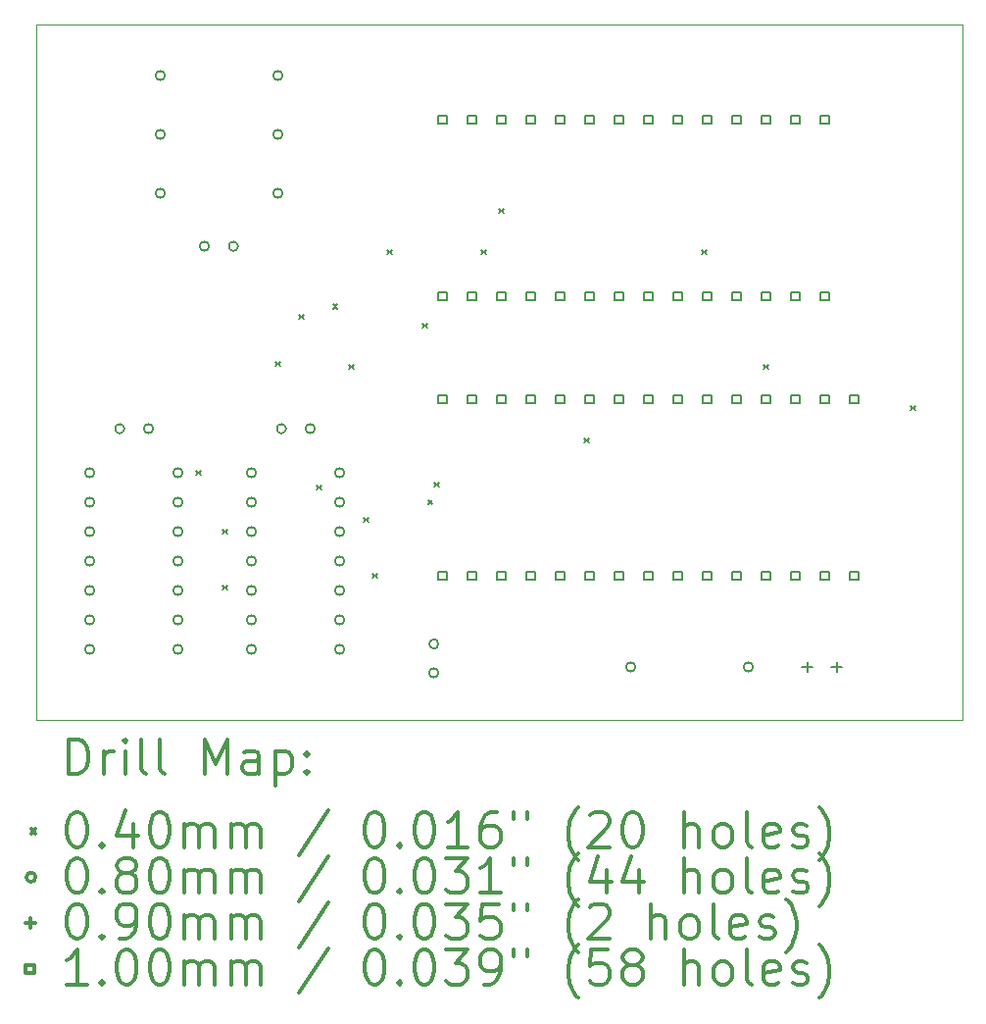
<source format=gbr>
%FSLAX45Y45*%
G04 Gerber Fmt 4.5, Leading zero omitted, Abs format (unit mm)*
G04 Created by KiCad (PCBNEW (5.1.9)-1) date 2021-05-07 14:06:38*
%MOMM*%
%LPD*%
G01*
G04 APERTURE LIST*
%TA.AperFunction,Profile*%
%ADD10C,0.050000*%
%TD*%
%ADD11C,0.200000*%
%ADD12C,0.300000*%
G04 APERTURE END LIST*
D10*
X11600000Y-12800000D02*
X11700000Y-12800000D01*
X11600000Y-6800000D02*
X11700000Y-6800000D01*
X19600000Y-6800000D02*
X19600000Y-12800000D01*
X19500000Y-6800000D02*
X19600000Y-6800000D01*
X11700000Y-6800000D02*
X19500000Y-6800000D01*
X11600000Y-12800000D02*
X11600000Y-6800000D01*
X19600000Y-12800000D02*
X11700000Y-12800000D01*
D11*
X12984800Y-10648000D02*
X13024800Y-10688000D01*
X13024800Y-10648000D02*
X12984800Y-10688000D01*
X13213400Y-11156000D02*
X13253400Y-11196000D01*
X13253400Y-11156000D02*
X13213400Y-11196000D01*
X13213400Y-11638600D02*
X13253400Y-11678600D01*
X13253400Y-11638600D02*
X13213400Y-11678600D01*
X13670599Y-9708200D02*
X13710599Y-9748200D01*
X13710599Y-9708200D02*
X13670599Y-9748200D01*
X13873800Y-9301800D02*
X13913800Y-9341800D01*
X13913800Y-9301800D02*
X13873800Y-9341800D01*
X14026200Y-10775000D02*
X14066200Y-10815000D01*
X14066200Y-10775000D02*
X14026200Y-10815000D01*
X14165901Y-9212899D02*
X14205901Y-9252899D01*
X14205901Y-9212899D02*
X14165901Y-9252899D01*
X14305600Y-9733600D02*
X14345600Y-9773600D01*
X14345600Y-9733600D02*
X14305600Y-9773600D01*
X14432600Y-11054400D02*
X14472600Y-11094400D01*
X14472600Y-11054400D02*
X14432600Y-11094400D01*
X14508335Y-11536535D02*
X14548335Y-11576535D01*
X14548335Y-11536535D02*
X14508335Y-11576535D01*
X14635800Y-8743000D02*
X14675800Y-8783000D01*
X14675800Y-8743000D02*
X14635800Y-8783000D01*
X14940600Y-9378000D02*
X14980600Y-9418000D01*
X14980600Y-9378000D02*
X14940600Y-9418000D01*
X14987700Y-10902000D02*
X15027700Y-10942000D01*
X15027700Y-10902000D02*
X14987700Y-10942000D01*
X15042200Y-10749600D02*
X15082200Y-10789600D01*
X15082200Y-10749600D02*
X15042200Y-10789600D01*
X15448600Y-8743000D02*
X15488600Y-8783000D01*
X15488600Y-8743000D02*
X15448600Y-8783000D01*
X15601000Y-8387400D02*
X15641000Y-8427400D01*
X15641000Y-8387400D02*
X15601000Y-8427400D01*
X16337600Y-10368600D02*
X16377600Y-10408600D01*
X16377600Y-10368600D02*
X16337600Y-10408600D01*
X17353600Y-8743000D02*
X17393600Y-8783000D01*
X17393600Y-8743000D02*
X17353600Y-8783000D01*
X17887000Y-9733600D02*
X17927000Y-9773600D01*
X17927000Y-9733600D02*
X17887000Y-9773600D01*
X19157000Y-10089200D02*
X19197000Y-10129200D01*
X19197000Y-10089200D02*
X19157000Y-10129200D01*
X12105000Y-10668000D02*
G75*
G03*
X12105000Y-10668000I-40000J0D01*
G01*
X12105000Y-10922000D02*
G75*
G03*
X12105000Y-10922000I-40000J0D01*
G01*
X12105000Y-11176000D02*
G75*
G03*
X12105000Y-11176000I-40000J0D01*
G01*
X12105000Y-11430000D02*
G75*
G03*
X12105000Y-11430000I-40000J0D01*
G01*
X12105000Y-11684000D02*
G75*
G03*
X12105000Y-11684000I-40000J0D01*
G01*
X12105000Y-11938000D02*
G75*
G03*
X12105000Y-11938000I-40000J0D01*
G01*
X12105000Y-12192000D02*
G75*
G03*
X12105000Y-12192000I-40000J0D01*
G01*
X12363000Y-10287000D02*
G75*
G03*
X12363000Y-10287000I-40000J0D01*
G01*
X12613000Y-10287000D02*
G75*
G03*
X12613000Y-10287000I-40000J0D01*
G01*
X12714600Y-7239000D02*
G75*
G03*
X12714600Y-7239000I-40000J0D01*
G01*
X12714600Y-7747000D02*
G75*
G03*
X12714600Y-7747000I-40000J0D01*
G01*
X12714600Y-8255000D02*
G75*
G03*
X12714600Y-8255000I-40000J0D01*
G01*
X12867000Y-10668000D02*
G75*
G03*
X12867000Y-10668000I-40000J0D01*
G01*
X12867000Y-10922000D02*
G75*
G03*
X12867000Y-10922000I-40000J0D01*
G01*
X12867000Y-11176000D02*
G75*
G03*
X12867000Y-11176000I-40000J0D01*
G01*
X12867000Y-11430000D02*
G75*
G03*
X12867000Y-11430000I-40000J0D01*
G01*
X12867000Y-11684000D02*
G75*
G03*
X12867000Y-11684000I-40000J0D01*
G01*
X12867000Y-11938000D02*
G75*
G03*
X12867000Y-11938000I-40000J0D01*
G01*
X12867000Y-12192000D02*
G75*
G03*
X12867000Y-12192000I-40000J0D01*
G01*
X13095600Y-8712200D02*
G75*
G03*
X13095600Y-8712200I-40000J0D01*
G01*
X13345600Y-8712200D02*
G75*
G03*
X13345600Y-8712200I-40000J0D01*
G01*
X13502000Y-10668000D02*
G75*
G03*
X13502000Y-10668000I-40000J0D01*
G01*
X13502000Y-10922000D02*
G75*
G03*
X13502000Y-10922000I-40000J0D01*
G01*
X13502000Y-11176000D02*
G75*
G03*
X13502000Y-11176000I-40000J0D01*
G01*
X13502000Y-11430000D02*
G75*
G03*
X13502000Y-11430000I-40000J0D01*
G01*
X13502000Y-11684000D02*
G75*
G03*
X13502000Y-11684000I-40000J0D01*
G01*
X13502000Y-11938000D02*
G75*
G03*
X13502000Y-11938000I-40000J0D01*
G01*
X13502000Y-12192000D02*
G75*
G03*
X13502000Y-12192000I-40000J0D01*
G01*
X13730600Y-7239000D02*
G75*
G03*
X13730600Y-7239000I-40000J0D01*
G01*
X13730600Y-7747000D02*
G75*
G03*
X13730600Y-7747000I-40000J0D01*
G01*
X13730600Y-8255000D02*
G75*
G03*
X13730600Y-8255000I-40000J0D01*
G01*
X13760000Y-10287000D02*
G75*
G03*
X13760000Y-10287000I-40000J0D01*
G01*
X14010000Y-10287000D02*
G75*
G03*
X14010000Y-10287000I-40000J0D01*
G01*
X14264000Y-10668000D02*
G75*
G03*
X14264000Y-10668000I-40000J0D01*
G01*
X14264000Y-10922000D02*
G75*
G03*
X14264000Y-10922000I-40000J0D01*
G01*
X14264000Y-11176000D02*
G75*
G03*
X14264000Y-11176000I-40000J0D01*
G01*
X14264000Y-11430000D02*
G75*
G03*
X14264000Y-11430000I-40000J0D01*
G01*
X14264000Y-11684000D02*
G75*
G03*
X14264000Y-11684000I-40000J0D01*
G01*
X14264000Y-11938000D02*
G75*
G03*
X14264000Y-11938000I-40000J0D01*
G01*
X14264000Y-12192000D02*
G75*
G03*
X14264000Y-12192000I-40000J0D01*
G01*
X15076800Y-12145200D02*
G75*
G03*
X15076800Y-12145200I-40000J0D01*
G01*
X15076800Y-12395200D02*
G75*
G03*
X15076800Y-12395200I-40000J0D01*
G01*
X16778600Y-12344400D02*
G75*
G03*
X16778600Y-12344400I-40000J0D01*
G01*
X17794600Y-12344400D02*
G75*
G03*
X17794600Y-12344400I-40000J0D01*
G01*
X18262600Y-12299400D02*
X18262600Y-12389400D01*
X18217600Y-12344400D02*
X18307600Y-12344400D01*
X18516600Y-12299400D02*
X18516600Y-12389400D01*
X18471600Y-12344400D02*
X18561600Y-12344400D01*
X15148356Y-7655356D02*
X15148356Y-7584644D01*
X15077644Y-7584644D01*
X15077644Y-7655356D01*
X15148356Y-7655356D01*
X15148356Y-9179356D02*
X15148356Y-9108644D01*
X15077644Y-9108644D01*
X15077644Y-9179356D01*
X15148356Y-9179356D01*
X15148356Y-10068356D02*
X15148356Y-9997644D01*
X15077644Y-9997644D01*
X15077644Y-10068356D01*
X15148356Y-10068356D01*
X15148356Y-11592356D02*
X15148356Y-11521644D01*
X15077644Y-11521644D01*
X15077644Y-11592356D01*
X15148356Y-11592356D01*
X15402356Y-7655356D02*
X15402356Y-7584644D01*
X15331644Y-7584644D01*
X15331644Y-7655356D01*
X15402356Y-7655356D01*
X15402356Y-9179356D02*
X15402356Y-9108644D01*
X15331644Y-9108644D01*
X15331644Y-9179356D01*
X15402356Y-9179356D01*
X15402356Y-10068356D02*
X15402356Y-9997644D01*
X15331644Y-9997644D01*
X15331644Y-10068356D01*
X15402356Y-10068356D01*
X15402356Y-11592356D02*
X15402356Y-11521644D01*
X15331644Y-11521644D01*
X15331644Y-11592356D01*
X15402356Y-11592356D01*
X15656356Y-7655356D02*
X15656356Y-7584644D01*
X15585644Y-7584644D01*
X15585644Y-7655356D01*
X15656356Y-7655356D01*
X15656356Y-9179356D02*
X15656356Y-9108644D01*
X15585644Y-9108644D01*
X15585644Y-9179356D01*
X15656356Y-9179356D01*
X15656356Y-10068356D02*
X15656356Y-9997644D01*
X15585644Y-9997644D01*
X15585644Y-10068356D01*
X15656356Y-10068356D01*
X15656356Y-11592356D02*
X15656356Y-11521644D01*
X15585644Y-11521644D01*
X15585644Y-11592356D01*
X15656356Y-11592356D01*
X15910356Y-7655356D02*
X15910356Y-7584644D01*
X15839644Y-7584644D01*
X15839644Y-7655356D01*
X15910356Y-7655356D01*
X15910356Y-9179356D02*
X15910356Y-9108644D01*
X15839644Y-9108644D01*
X15839644Y-9179356D01*
X15910356Y-9179356D01*
X15910356Y-10068356D02*
X15910356Y-9997644D01*
X15839644Y-9997644D01*
X15839644Y-10068356D01*
X15910356Y-10068356D01*
X15910356Y-11592356D02*
X15910356Y-11521644D01*
X15839644Y-11521644D01*
X15839644Y-11592356D01*
X15910356Y-11592356D01*
X16164356Y-7655356D02*
X16164356Y-7584644D01*
X16093644Y-7584644D01*
X16093644Y-7655356D01*
X16164356Y-7655356D01*
X16164356Y-9179356D02*
X16164356Y-9108644D01*
X16093644Y-9108644D01*
X16093644Y-9179356D01*
X16164356Y-9179356D01*
X16164356Y-10068356D02*
X16164356Y-9997644D01*
X16093644Y-9997644D01*
X16093644Y-10068356D01*
X16164356Y-10068356D01*
X16164356Y-11592356D02*
X16164356Y-11521644D01*
X16093644Y-11521644D01*
X16093644Y-11592356D01*
X16164356Y-11592356D01*
X16418356Y-7655356D02*
X16418356Y-7584644D01*
X16347644Y-7584644D01*
X16347644Y-7655356D01*
X16418356Y-7655356D01*
X16418356Y-9179356D02*
X16418356Y-9108644D01*
X16347644Y-9108644D01*
X16347644Y-9179356D01*
X16418356Y-9179356D01*
X16418356Y-10068356D02*
X16418356Y-9997644D01*
X16347644Y-9997644D01*
X16347644Y-10068356D01*
X16418356Y-10068356D01*
X16418356Y-11592356D02*
X16418356Y-11521644D01*
X16347644Y-11521644D01*
X16347644Y-11592356D01*
X16418356Y-11592356D01*
X16672356Y-7655356D02*
X16672356Y-7584644D01*
X16601644Y-7584644D01*
X16601644Y-7655356D01*
X16672356Y-7655356D01*
X16672356Y-9179356D02*
X16672356Y-9108644D01*
X16601644Y-9108644D01*
X16601644Y-9179356D01*
X16672356Y-9179356D01*
X16672356Y-10068356D02*
X16672356Y-9997644D01*
X16601644Y-9997644D01*
X16601644Y-10068356D01*
X16672356Y-10068356D01*
X16672356Y-11592356D02*
X16672356Y-11521644D01*
X16601644Y-11521644D01*
X16601644Y-11592356D01*
X16672356Y-11592356D01*
X16926356Y-7655356D02*
X16926356Y-7584644D01*
X16855644Y-7584644D01*
X16855644Y-7655356D01*
X16926356Y-7655356D01*
X16926356Y-9179356D02*
X16926356Y-9108644D01*
X16855644Y-9108644D01*
X16855644Y-9179356D01*
X16926356Y-9179356D01*
X16926356Y-10068356D02*
X16926356Y-9997644D01*
X16855644Y-9997644D01*
X16855644Y-10068356D01*
X16926356Y-10068356D01*
X16926356Y-11592356D02*
X16926356Y-11521644D01*
X16855644Y-11521644D01*
X16855644Y-11592356D01*
X16926356Y-11592356D01*
X17180356Y-7655356D02*
X17180356Y-7584644D01*
X17109644Y-7584644D01*
X17109644Y-7655356D01*
X17180356Y-7655356D01*
X17180356Y-9179356D02*
X17180356Y-9108644D01*
X17109644Y-9108644D01*
X17109644Y-9179356D01*
X17180356Y-9179356D01*
X17180356Y-10068356D02*
X17180356Y-9997644D01*
X17109644Y-9997644D01*
X17109644Y-10068356D01*
X17180356Y-10068356D01*
X17180356Y-11592356D02*
X17180356Y-11521644D01*
X17109644Y-11521644D01*
X17109644Y-11592356D01*
X17180356Y-11592356D01*
X17434356Y-7655356D02*
X17434356Y-7584644D01*
X17363644Y-7584644D01*
X17363644Y-7655356D01*
X17434356Y-7655356D01*
X17434356Y-9179356D02*
X17434356Y-9108644D01*
X17363644Y-9108644D01*
X17363644Y-9179356D01*
X17434356Y-9179356D01*
X17434356Y-10068356D02*
X17434356Y-9997644D01*
X17363644Y-9997644D01*
X17363644Y-10068356D01*
X17434356Y-10068356D01*
X17434356Y-11592356D02*
X17434356Y-11521644D01*
X17363644Y-11521644D01*
X17363644Y-11592356D01*
X17434356Y-11592356D01*
X17688356Y-7655356D02*
X17688356Y-7584644D01*
X17617644Y-7584644D01*
X17617644Y-7655356D01*
X17688356Y-7655356D01*
X17688356Y-9179356D02*
X17688356Y-9108644D01*
X17617644Y-9108644D01*
X17617644Y-9179356D01*
X17688356Y-9179356D01*
X17688356Y-10068356D02*
X17688356Y-9997644D01*
X17617644Y-9997644D01*
X17617644Y-10068356D01*
X17688356Y-10068356D01*
X17688356Y-11592356D02*
X17688356Y-11521644D01*
X17617644Y-11521644D01*
X17617644Y-11592356D01*
X17688356Y-11592356D01*
X17942356Y-7655356D02*
X17942356Y-7584644D01*
X17871644Y-7584644D01*
X17871644Y-7655356D01*
X17942356Y-7655356D01*
X17942356Y-9179356D02*
X17942356Y-9108644D01*
X17871644Y-9108644D01*
X17871644Y-9179356D01*
X17942356Y-9179356D01*
X17942356Y-10068356D02*
X17942356Y-9997644D01*
X17871644Y-9997644D01*
X17871644Y-10068356D01*
X17942356Y-10068356D01*
X17942356Y-11592356D02*
X17942356Y-11521644D01*
X17871644Y-11521644D01*
X17871644Y-11592356D01*
X17942356Y-11592356D01*
X18196356Y-7655356D02*
X18196356Y-7584644D01*
X18125644Y-7584644D01*
X18125644Y-7655356D01*
X18196356Y-7655356D01*
X18196356Y-9179356D02*
X18196356Y-9108644D01*
X18125644Y-9108644D01*
X18125644Y-9179356D01*
X18196356Y-9179356D01*
X18196356Y-10068356D02*
X18196356Y-9997644D01*
X18125644Y-9997644D01*
X18125644Y-10068356D01*
X18196356Y-10068356D01*
X18196356Y-11592356D02*
X18196356Y-11521644D01*
X18125644Y-11521644D01*
X18125644Y-11592356D01*
X18196356Y-11592356D01*
X18450356Y-7655356D02*
X18450356Y-7584644D01*
X18379644Y-7584644D01*
X18379644Y-7655356D01*
X18450356Y-7655356D01*
X18450356Y-9179356D02*
X18450356Y-9108644D01*
X18379644Y-9108644D01*
X18379644Y-9179356D01*
X18450356Y-9179356D01*
X18450356Y-10068356D02*
X18450356Y-9997644D01*
X18379644Y-9997644D01*
X18379644Y-10068356D01*
X18450356Y-10068356D01*
X18450356Y-11592356D02*
X18450356Y-11521644D01*
X18379644Y-11521644D01*
X18379644Y-11592356D01*
X18450356Y-11592356D01*
X18704356Y-10068356D02*
X18704356Y-9997644D01*
X18633644Y-9997644D01*
X18633644Y-10068356D01*
X18704356Y-10068356D01*
X18704356Y-11592356D02*
X18704356Y-11521644D01*
X18633644Y-11521644D01*
X18633644Y-11592356D01*
X18704356Y-11592356D01*
D12*
X11883928Y-13268214D02*
X11883928Y-12968214D01*
X11955357Y-12968214D01*
X11998214Y-12982500D01*
X12026786Y-13011071D01*
X12041071Y-13039643D01*
X12055357Y-13096786D01*
X12055357Y-13139643D01*
X12041071Y-13196786D01*
X12026786Y-13225357D01*
X11998214Y-13253929D01*
X11955357Y-13268214D01*
X11883928Y-13268214D01*
X12183928Y-13268214D02*
X12183928Y-13068214D01*
X12183928Y-13125357D02*
X12198214Y-13096786D01*
X12212500Y-13082500D01*
X12241071Y-13068214D01*
X12269643Y-13068214D01*
X12369643Y-13268214D02*
X12369643Y-13068214D01*
X12369643Y-12968214D02*
X12355357Y-12982500D01*
X12369643Y-12996786D01*
X12383928Y-12982500D01*
X12369643Y-12968214D01*
X12369643Y-12996786D01*
X12555357Y-13268214D02*
X12526786Y-13253929D01*
X12512500Y-13225357D01*
X12512500Y-12968214D01*
X12712500Y-13268214D02*
X12683928Y-13253929D01*
X12669643Y-13225357D01*
X12669643Y-12968214D01*
X13055357Y-13268214D02*
X13055357Y-12968214D01*
X13155357Y-13182500D01*
X13255357Y-12968214D01*
X13255357Y-13268214D01*
X13526786Y-13268214D02*
X13526786Y-13111071D01*
X13512500Y-13082500D01*
X13483928Y-13068214D01*
X13426786Y-13068214D01*
X13398214Y-13082500D01*
X13526786Y-13253929D02*
X13498214Y-13268214D01*
X13426786Y-13268214D01*
X13398214Y-13253929D01*
X13383928Y-13225357D01*
X13383928Y-13196786D01*
X13398214Y-13168214D01*
X13426786Y-13153929D01*
X13498214Y-13153929D01*
X13526786Y-13139643D01*
X13669643Y-13068214D02*
X13669643Y-13368214D01*
X13669643Y-13082500D02*
X13698214Y-13068214D01*
X13755357Y-13068214D01*
X13783928Y-13082500D01*
X13798214Y-13096786D01*
X13812500Y-13125357D01*
X13812500Y-13211071D01*
X13798214Y-13239643D01*
X13783928Y-13253929D01*
X13755357Y-13268214D01*
X13698214Y-13268214D01*
X13669643Y-13253929D01*
X13941071Y-13239643D02*
X13955357Y-13253929D01*
X13941071Y-13268214D01*
X13926786Y-13253929D01*
X13941071Y-13239643D01*
X13941071Y-13268214D01*
X13941071Y-13082500D02*
X13955357Y-13096786D01*
X13941071Y-13111071D01*
X13926786Y-13096786D01*
X13941071Y-13082500D01*
X13941071Y-13111071D01*
X11557500Y-13742500D02*
X11597500Y-13782500D01*
X11597500Y-13742500D02*
X11557500Y-13782500D01*
X11941071Y-13598214D02*
X11969643Y-13598214D01*
X11998214Y-13612500D01*
X12012500Y-13626786D01*
X12026786Y-13655357D01*
X12041071Y-13712500D01*
X12041071Y-13783929D01*
X12026786Y-13841071D01*
X12012500Y-13869643D01*
X11998214Y-13883929D01*
X11969643Y-13898214D01*
X11941071Y-13898214D01*
X11912500Y-13883929D01*
X11898214Y-13869643D01*
X11883928Y-13841071D01*
X11869643Y-13783929D01*
X11869643Y-13712500D01*
X11883928Y-13655357D01*
X11898214Y-13626786D01*
X11912500Y-13612500D01*
X11941071Y-13598214D01*
X12169643Y-13869643D02*
X12183928Y-13883929D01*
X12169643Y-13898214D01*
X12155357Y-13883929D01*
X12169643Y-13869643D01*
X12169643Y-13898214D01*
X12441071Y-13698214D02*
X12441071Y-13898214D01*
X12369643Y-13583929D02*
X12298214Y-13798214D01*
X12483928Y-13798214D01*
X12655357Y-13598214D02*
X12683928Y-13598214D01*
X12712500Y-13612500D01*
X12726786Y-13626786D01*
X12741071Y-13655357D01*
X12755357Y-13712500D01*
X12755357Y-13783929D01*
X12741071Y-13841071D01*
X12726786Y-13869643D01*
X12712500Y-13883929D01*
X12683928Y-13898214D01*
X12655357Y-13898214D01*
X12626786Y-13883929D01*
X12612500Y-13869643D01*
X12598214Y-13841071D01*
X12583928Y-13783929D01*
X12583928Y-13712500D01*
X12598214Y-13655357D01*
X12612500Y-13626786D01*
X12626786Y-13612500D01*
X12655357Y-13598214D01*
X12883928Y-13898214D02*
X12883928Y-13698214D01*
X12883928Y-13726786D02*
X12898214Y-13712500D01*
X12926786Y-13698214D01*
X12969643Y-13698214D01*
X12998214Y-13712500D01*
X13012500Y-13741071D01*
X13012500Y-13898214D01*
X13012500Y-13741071D02*
X13026786Y-13712500D01*
X13055357Y-13698214D01*
X13098214Y-13698214D01*
X13126786Y-13712500D01*
X13141071Y-13741071D01*
X13141071Y-13898214D01*
X13283928Y-13898214D02*
X13283928Y-13698214D01*
X13283928Y-13726786D02*
X13298214Y-13712500D01*
X13326786Y-13698214D01*
X13369643Y-13698214D01*
X13398214Y-13712500D01*
X13412500Y-13741071D01*
X13412500Y-13898214D01*
X13412500Y-13741071D02*
X13426786Y-13712500D01*
X13455357Y-13698214D01*
X13498214Y-13698214D01*
X13526786Y-13712500D01*
X13541071Y-13741071D01*
X13541071Y-13898214D01*
X14126786Y-13583929D02*
X13869643Y-13969643D01*
X14512500Y-13598214D02*
X14541071Y-13598214D01*
X14569643Y-13612500D01*
X14583928Y-13626786D01*
X14598214Y-13655357D01*
X14612500Y-13712500D01*
X14612500Y-13783929D01*
X14598214Y-13841071D01*
X14583928Y-13869643D01*
X14569643Y-13883929D01*
X14541071Y-13898214D01*
X14512500Y-13898214D01*
X14483928Y-13883929D01*
X14469643Y-13869643D01*
X14455357Y-13841071D01*
X14441071Y-13783929D01*
X14441071Y-13712500D01*
X14455357Y-13655357D01*
X14469643Y-13626786D01*
X14483928Y-13612500D01*
X14512500Y-13598214D01*
X14741071Y-13869643D02*
X14755357Y-13883929D01*
X14741071Y-13898214D01*
X14726786Y-13883929D01*
X14741071Y-13869643D01*
X14741071Y-13898214D01*
X14941071Y-13598214D02*
X14969643Y-13598214D01*
X14998214Y-13612500D01*
X15012500Y-13626786D01*
X15026786Y-13655357D01*
X15041071Y-13712500D01*
X15041071Y-13783929D01*
X15026786Y-13841071D01*
X15012500Y-13869643D01*
X14998214Y-13883929D01*
X14969643Y-13898214D01*
X14941071Y-13898214D01*
X14912500Y-13883929D01*
X14898214Y-13869643D01*
X14883928Y-13841071D01*
X14869643Y-13783929D01*
X14869643Y-13712500D01*
X14883928Y-13655357D01*
X14898214Y-13626786D01*
X14912500Y-13612500D01*
X14941071Y-13598214D01*
X15326786Y-13898214D02*
X15155357Y-13898214D01*
X15241071Y-13898214D02*
X15241071Y-13598214D01*
X15212500Y-13641071D01*
X15183928Y-13669643D01*
X15155357Y-13683929D01*
X15583928Y-13598214D02*
X15526786Y-13598214D01*
X15498214Y-13612500D01*
X15483928Y-13626786D01*
X15455357Y-13669643D01*
X15441071Y-13726786D01*
X15441071Y-13841071D01*
X15455357Y-13869643D01*
X15469643Y-13883929D01*
X15498214Y-13898214D01*
X15555357Y-13898214D01*
X15583928Y-13883929D01*
X15598214Y-13869643D01*
X15612500Y-13841071D01*
X15612500Y-13769643D01*
X15598214Y-13741071D01*
X15583928Y-13726786D01*
X15555357Y-13712500D01*
X15498214Y-13712500D01*
X15469643Y-13726786D01*
X15455357Y-13741071D01*
X15441071Y-13769643D01*
X15726786Y-13598214D02*
X15726786Y-13655357D01*
X15841071Y-13598214D02*
X15841071Y-13655357D01*
X16283928Y-14012500D02*
X16269643Y-13998214D01*
X16241071Y-13955357D01*
X16226786Y-13926786D01*
X16212500Y-13883929D01*
X16198214Y-13812500D01*
X16198214Y-13755357D01*
X16212500Y-13683929D01*
X16226786Y-13641071D01*
X16241071Y-13612500D01*
X16269643Y-13569643D01*
X16283928Y-13555357D01*
X16383928Y-13626786D02*
X16398214Y-13612500D01*
X16426786Y-13598214D01*
X16498214Y-13598214D01*
X16526786Y-13612500D01*
X16541071Y-13626786D01*
X16555357Y-13655357D01*
X16555357Y-13683929D01*
X16541071Y-13726786D01*
X16369643Y-13898214D01*
X16555357Y-13898214D01*
X16741071Y-13598214D02*
X16769643Y-13598214D01*
X16798214Y-13612500D01*
X16812500Y-13626786D01*
X16826786Y-13655357D01*
X16841071Y-13712500D01*
X16841071Y-13783929D01*
X16826786Y-13841071D01*
X16812500Y-13869643D01*
X16798214Y-13883929D01*
X16769643Y-13898214D01*
X16741071Y-13898214D01*
X16712500Y-13883929D01*
X16698214Y-13869643D01*
X16683928Y-13841071D01*
X16669643Y-13783929D01*
X16669643Y-13712500D01*
X16683928Y-13655357D01*
X16698214Y-13626786D01*
X16712500Y-13612500D01*
X16741071Y-13598214D01*
X17198214Y-13898214D02*
X17198214Y-13598214D01*
X17326786Y-13898214D02*
X17326786Y-13741071D01*
X17312500Y-13712500D01*
X17283928Y-13698214D01*
X17241071Y-13698214D01*
X17212500Y-13712500D01*
X17198214Y-13726786D01*
X17512500Y-13898214D02*
X17483928Y-13883929D01*
X17469643Y-13869643D01*
X17455357Y-13841071D01*
X17455357Y-13755357D01*
X17469643Y-13726786D01*
X17483928Y-13712500D01*
X17512500Y-13698214D01*
X17555357Y-13698214D01*
X17583928Y-13712500D01*
X17598214Y-13726786D01*
X17612500Y-13755357D01*
X17612500Y-13841071D01*
X17598214Y-13869643D01*
X17583928Y-13883929D01*
X17555357Y-13898214D01*
X17512500Y-13898214D01*
X17783928Y-13898214D02*
X17755357Y-13883929D01*
X17741071Y-13855357D01*
X17741071Y-13598214D01*
X18012500Y-13883929D02*
X17983928Y-13898214D01*
X17926786Y-13898214D01*
X17898214Y-13883929D01*
X17883928Y-13855357D01*
X17883928Y-13741071D01*
X17898214Y-13712500D01*
X17926786Y-13698214D01*
X17983928Y-13698214D01*
X18012500Y-13712500D01*
X18026786Y-13741071D01*
X18026786Y-13769643D01*
X17883928Y-13798214D01*
X18141071Y-13883929D02*
X18169643Y-13898214D01*
X18226786Y-13898214D01*
X18255357Y-13883929D01*
X18269643Y-13855357D01*
X18269643Y-13841071D01*
X18255357Y-13812500D01*
X18226786Y-13798214D01*
X18183928Y-13798214D01*
X18155357Y-13783929D01*
X18141071Y-13755357D01*
X18141071Y-13741071D01*
X18155357Y-13712500D01*
X18183928Y-13698214D01*
X18226786Y-13698214D01*
X18255357Y-13712500D01*
X18369643Y-14012500D02*
X18383928Y-13998214D01*
X18412500Y-13955357D01*
X18426786Y-13926786D01*
X18441071Y-13883929D01*
X18455357Y-13812500D01*
X18455357Y-13755357D01*
X18441071Y-13683929D01*
X18426786Y-13641071D01*
X18412500Y-13612500D01*
X18383928Y-13569643D01*
X18369643Y-13555357D01*
X11597500Y-14158500D02*
G75*
G03*
X11597500Y-14158500I-40000J0D01*
G01*
X11941071Y-13994214D02*
X11969643Y-13994214D01*
X11998214Y-14008500D01*
X12012500Y-14022786D01*
X12026786Y-14051357D01*
X12041071Y-14108500D01*
X12041071Y-14179929D01*
X12026786Y-14237071D01*
X12012500Y-14265643D01*
X11998214Y-14279929D01*
X11969643Y-14294214D01*
X11941071Y-14294214D01*
X11912500Y-14279929D01*
X11898214Y-14265643D01*
X11883928Y-14237071D01*
X11869643Y-14179929D01*
X11869643Y-14108500D01*
X11883928Y-14051357D01*
X11898214Y-14022786D01*
X11912500Y-14008500D01*
X11941071Y-13994214D01*
X12169643Y-14265643D02*
X12183928Y-14279929D01*
X12169643Y-14294214D01*
X12155357Y-14279929D01*
X12169643Y-14265643D01*
X12169643Y-14294214D01*
X12355357Y-14122786D02*
X12326786Y-14108500D01*
X12312500Y-14094214D01*
X12298214Y-14065643D01*
X12298214Y-14051357D01*
X12312500Y-14022786D01*
X12326786Y-14008500D01*
X12355357Y-13994214D01*
X12412500Y-13994214D01*
X12441071Y-14008500D01*
X12455357Y-14022786D01*
X12469643Y-14051357D01*
X12469643Y-14065643D01*
X12455357Y-14094214D01*
X12441071Y-14108500D01*
X12412500Y-14122786D01*
X12355357Y-14122786D01*
X12326786Y-14137071D01*
X12312500Y-14151357D01*
X12298214Y-14179929D01*
X12298214Y-14237071D01*
X12312500Y-14265643D01*
X12326786Y-14279929D01*
X12355357Y-14294214D01*
X12412500Y-14294214D01*
X12441071Y-14279929D01*
X12455357Y-14265643D01*
X12469643Y-14237071D01*
X12469643Y-14179929D01*
X12455357Y-14151357D01*
X12441071Y-14137071D01*
X12412500Y-14122786D01*
X12655357Y-13994214D02*
X12683928Y-13994214D01*
X12712500Y-14008500D01*
X12726786Y-14022786D01*
X12741071Y-14051357D01*
X12755357Y-14108500D01*
X12755357Y-14179929D01*
X12741071Y-14237071D01*
X12726786Y-14265643D01*
X12712500Y-14279929D01*
X12683928Y-14294214D01*
X12655357Y-14294214D01*
X12626786Y-14279929D01*
X12612500Y-14265643D01*
X12598214Y-14237071D01*
X12583928Y-14179929D01*
X12583928Y-14108500D01*
X12598214Y-14051357D01*
X12612500Y-14022786D01*
X12626786Y-14008500D01*
X12655357Y-13994214D01*
X12883928Y-14294214D02*
X12883928Y-14094214D01*
X12883928Y-14122786D02*
X12898214Y-14108500D01*
X12926786Y-14094214D01*
X12969643Y-14094214D01*
X12998214Y-14108500D01*
X13012500Y-14137071D01*
X13012500Y-14294214D01*
X13012500Y-14137071D02*
X13026786Y-14108500D01*
X13055357Y-14094214D01*
X13098214Y-14094214D01*
X13126786Y-14108500D01*
X13141071Y-14137071D01*
X13141071Y-14294214D01*
X13283928Y-14294214D02*
X13283928Y-14094214D01*
X13283928Y-14122786D02*
X13298214Y-14108500D01*
X13326786Y-14094214D01*
X13369643Y-14094214D01*
X13398214Y-14108500D01*
X13412500Y-14137071D01*
X13412500Y-14294214D01*
X13412500Y-14137071D02*
X13426786Y-14108500D01*
X13455357Y-14094214D01*
X13498214Y-14094214D01*
X13526786Y-14108500D01*
X13541071Y-14137071D01*
X13541071Y-14294214D01*
X14126786Y-13979929D02*
X13869643Y-14365643D01*
X14512500Y-13994214D02*
X14541071Y-13994214D01*
X14569643Y-14008500D01*
X14583928Y-14022786D01*
X14598214Y-14051357D01*
X14612500Y-14108500D01*
X14612500Y-14179929D01*
X14598214Y-14237071D01*
X14583928Y-14265643D01*
X14569643Y-14279929D01*
X14541071Y-14294214D01*
X14512500Y-14294214D01*
X14483928Y-14279929D01*
X14469643Y-14265643D01*
X14455357Y-14237071D01*
X14441071Y-14179929D01*
X14441071Y-14108500D01*
X14455357Y-14051357D01*
X14469643Y-14022786D01*
X14483928Y-14008500D01*
X14512500Y-13994214D01*
X14741071Y-14265643D02*
X14755357Y-14279929D01*
X14741071Y-14294214D01*
X14726786Y-14279929D01*
X14741071Y-14265643D01*
X14741071Y-14294214D01*
X14941071Y-13994214D02*
X14969643Y-13994214D01*
X14998214Y-14008500D01*
X15012500Y-14022786D01*
X15026786Y-14051357D01*
X15041071Y-14108500D01*
X15041071Y-14179929D01*
X15026786Y-14237071D01*
X15012500Y-14265643D01*
X14998214Y-14279929D01*
X14969643Y-14294214D01*
X14941071Y-14294214D01*
X14912500Y-14279929D01*
X14898214Y-14265643D01*
X14883928Y-14237071D01*
X14869643Y-14179929D01*
X14869643Y-14108500D01*
X14883928Y-14051357D01*
X14898214Y-14022786D01*
X14912500Y-14008500D01*
X14941071Y-13994214D01*
X15141071Y-13994214D02*
X15326786Y-13994214D01*
X15226786Y-14108500D01*
X15269643Y-14108500D01*
X15298214Y-14122786D01*
X15312500Y-14137071D01*
X15326786Y-14165643D01*
X15326786Y-14237071D01*
X15312500Y-14265643D01*
X15298214Y-14279929D01*
X15269643Y-14294214D01*
X15183928Y-14294214D01*
X15155357Y-14279929D01*
X15141071Y-14265643D01*
X15612500Y-14294214D02*
X15441071Y-14294214D01*
X15526786Y-14294214D02*
X15526786Y-13994214D01*
X15498214Y-14037071D01*
X15469643Y-14065643D01*
X15441071Y-14079929D01*
X15726786Y-13994214D02*
X15726786Y-14051357D01*
X15841071Y-13994214D02*
X15841071Y-14051357D01*
X16283928Y-14408500D02*
X16269643Y-14394214D01*
X16241071Y-14351357D01*
X16226786Y-14322786D01*
X16212500Y-14279929D01*
X16198214Y-14208500D01*
X16198214Y-14151357D01*
X16212500Y-14079929D01*
X16226786Y-14037071D01*
X16241071Y-14008500D01*
X16269643Y-13965643D01*
X16283928Y-13951357D01*
X16526786Y-14094214D02*
X16526786Y-14294214D01*
X16455357Y-13979929D02*
X16383928Y-14194214D01*
X16569643Y-14194214D01*
X16812500Y-14094214D02*
X16812500Y-14294214D01*
X16741071Y-13979929D02*
X16669643Y-14194214D01*
X16855357Y-14194214D01*
X17198214Y-14294214D02*
X17198214Y-13994214D01*
X17326786Y-14294214D02*
X17326786Y-14137071D01*
X17312500Y-14108500D01*
X17283928Y-14094214D01*
X17241071Y-14094214D01*
X17212500Y-14108500D01*
X17198214Y-14122786D01*
X17512500Y-14294214D02*
X17483928Y-14279929D01*
X17469643Y-14265643D01*
X17455357Y-14237071D01*
X17455357Y-14151357D01*
X17469643Y-14122786D01*
X17483928Y-14108500D01*
X17512500Y-14094214D01*
X17555357Y-14094214D01*
X17583928Y-14108500D01*
X17598214Y-14122786D01*
X17612500Y-14151357D01*
X17612500Y-14237071D01*
X17598214Y-14265643D01*
X17583928Y-14279929D01*
X17555357Y-14294214D01*
X17512500Y-14294214D01*
X17783928Y-14294214D02*
X17755357Y-14279929D01*
X17741071Y-14251357D01*
X17741071Y-13994214D01*
X18012500Y-14279929D02*
X17983928Y-14294214D01*
X17926786Y-14294214D01*
X17898214Y-14279929D01*
X17883928Y-14251357D01*
X17883928Y-14137071D01*
X17898214Y-14108500D01*
X17926786Y-14094214D01*
X17983928Y-14094214D01*
X18012500Y-14108500D01*
X18026786Y-14137071D01*
X18026786Y-14165643D01*
X17883928Y-14194214D01*
X18141071Y-14279929D02*
X18169643Y-14294214D01*
X18226786Y-14294214D01*
X18255357Y-14279929D01*
X18269643Y-14251357D01*
X18269643Y-14237071D01*
X18255357Y-14208500D01*
X18226786Y-14194214D01*
X18183928Y-14194214D01*
X18155357Y-14179929D01*
X18141071Y-14151357D01*
X18141071Y-14137071D01*
X18155357Y-14108500D01*
X18183928Y-14094214D01*
X18226786Y-14094214D01*
X18255357Y-14108500D01*
X18369643Y-14408500D02*
X18383928Y-14394214D01*
X18412500Y-14351357D01*
X18426786Y-14322786D01*
X18441071Y-14279929D01*
X18455357Y-14208500D01*
X18455357Y-14151357D01*
X18441071Y-14079929D01*
X18426786Y-14037071D01*
X18412500Y-14008500D01*
X18383928Y-13965643D01*
X18369643Y-13951357D01*
X11552500Y-14509500D02*
X11552500Y-14599500D01*
X11507500Y-14554500D02*
X11597500Y-14554500D01*
X11941071Y-14390214D02*
X11969643Y-14390214D01*
X11998214Y-14404500D01*
X12012500Y-14418786D01*
X12026786Y-14447357D01*
X12041071Y-14504500D01*
X12041071Y-14575929D01*
X12026786Y-14633071D01*
X12012500Y-14661643D01*
X11998214Y-14675929D01*
X11969643Y-14690214D01*
X11941071Y-14690214D01*
X11912500Y-14675929D01*
X11898214Y-14661643D01*
X11883928Y-14633071D01*
X11869643Y-14575929D01*
X11869643Y-14504500D01*
X11883928Y-14447357D01*
X11898214Y-14418786D01*
X11912500Y-14404500D01*
X11941071Y-14390214D01*
X12169643Y-14661643D02*
X12183928Y-14675929D01*
X12169643Y-14690214D01*
X12155357Y-14675929D01*
X12169643Y-14661643D01*
X12169643Y-14690214D01*
X12326786Y-14690214D02*
X12383928Y-14690214D01*
X12412500Y-14675929D01*
X12426786Y-14661643D01*
X12455357Y-14618786D01*
X12469643Y-14561643D01*
X12469643Y-14447357D01*
X12455357Y-14418786D01*
X12441071Y-14404500D01*
X12412500Y-14390214D01*
X12355357Y-14390214D01*
X12326786Y-14404500D01*
X12312500Y-14418786D01*
X12298214Y-14447357D01*
X12298214Y-14518786D01*
X12312500Y-14547357D01*
X12326786Y-14561643D01*
X12355357Y-14575929D01*
X12412500Y-14575929D01*
X12441071Y-14561643D01*
X12455357Y-14547357D01*
X12469643Y-14518786D01*
X12655357Y-14390214D02*
X12683928Y-14390214D01*
X12712500Y-14404500D01*
X12726786Y-14418786D01*
X12741071Y-14447357D01*
X12755357Y-14504500D01*
X12755357Y-14575929D01*
X12741071Y-14633071D01*
X12726786Y-14661643D01*
X12712500Y-14675929D01*
X12683928Y-14690214D01*
X12655357Y-14690214D01*
X12626786Y-14675929D01*
X12612500Y-14661643D01*
X12598214Y-14633071D01*
X12583928Y-14575929D01*
X12583928Y-14504500D01*
X12598214Y-14447357D01*
X12612500Y-14418786D01*
X12626786Y-14404500D01*
X12655357Y-14390214D01*
X12883928Y-14690214D02*
X12883928Y-14490214D01*
X12883928Y-14518786D02*
X12898214Y-14504500D01*
X12926786Y-14490214D01*
X12969643Y-14490214D01*
X12998214Y-14504500D01*
X13012500Y-14533071D01*
X13012500Y-14690214D01*
X13012500Y-14533071D02*
X13026786Y-14504500D01*
X13055357Y-14490214D01*
X13098214Y-14490214D01*
X13126786Y-14504500D01*
X13141071Y-14533071D01*
X13141071Y-14690214D01*
X13283928Y-14690214D02*
X13283928Y-14490214D01*
X13283928Y-14518786D02*
X13298214Y-14504500D01*
X13326786Y-14490214D01*
X13369643Y-14490214D01*
X13398214Y-14504500D01*
X13412500Y-14533071D01*
X13412500Y-14690214D01*
X13412500Y-14533071D02*
X13426786Y-14504500D01*
X13455357Y-14490214D01*
X13498214Y-14490214D01*
X13526786Y-14504500D01*
X13541071Y-14533071D01*
X13541071Y-14690214D01*
X14126786Y-14375929D02*
X13869643Y-14761643D01*
X14512500Y-14390214D02*
X14541071Y-14390214D01*
X14569643Y-14404500D01*
X14583928Y-14418786D01*
X14598214Y-14447357D01*
X14612500Y-14504500D01*
X14612500Y-14575929D01*
X14598214Y-14633071D01*
X14583928Y-14661643D01*
X14569643Y-14675929D01*
X14541071Y-14690214D01*
X14512500Y-14690214D01*
X14483928Y-14675929D01*
X14469643Y-14661643D01*
X14455357Y-14633071D01*
X14441071Y-14575929D01*
X14441071Y-14504500D01*
X14455357Y-14447357D01*
X14469643Y-14418786D01*
X14483928Y-14404500D01*
X14512500Y-14390214D01*
X14741071Y-14661643D02*
X14755357Y-14675929D01*
X14741071Y-14690214D01*
X14726786Y-14675929D01*
X14741071Y-14661643D01*
X14741071Y-14690214D01*
X14941071Y-14390214D02*
X14969643Y-14390214D01*
X14998214Y-14404500D01*
X15012500Y-14418786D01*
X15026786Y-14447357D01*
X15041071Y-14504500D01*
X15041071Y-14575929D01*
X15026786Y-14633071D01*
X15012500Y-14661643D01*
X14998214Y-14675929D01*
X14969643Y-14690214D01*
X14941071Y-14690214D01*
X14912500Y-14675929D01*
X14898214Y-14661643D01*
X14883928Y-14633071D01*
X14869643Y-14575929D01*
X14869643Y-14504500D01*
X14883928Y-14447357D01*
X14898214Y-14418786D01*
X14912500Y-14404500D01*
X14941071Y-14390214D01*
X15141071Y-14390214D02*
X15326786Y-14390214D01*
X15226786Y-14504500D01*
X15269643Y-14504500D01*
X15298214Y-14518786D01*
X15312500Y-14533071D01*
X15326786Y-14561643D01*
X15326786Y-14633071D01*
X15312500Y-14661643D01*
X15298214Y-14675929D01*
X15269643Y-14690214D01*
X15183928Y-14690214D01*
X15155357Y-14675929D01*
X15141071Y-14661643D01*
X15598214Y-14390214D02*
X15455357Y-14390214D01*
X15441071Y-14533071D01*
X15455357Y-14518786D01*
X15483928Y-14504500D01*
X15555357Y-14504500D01*
X15583928Y-14518786D01*
X15598214Y-14533071D01*
X15612500Y-14561643D01*
X15612500Y-14633071D01*
X15598214Y-14661643D01*
X15583928Y-14675929D01*
X15555357Y-14690214D01*
X15483928Y-14690214D01*
X15455357Y-14675929D01*
X15441071Y-14661643D01*
X15726786Y-14390214D02*
X15726786Y-14447357D01*
X15841071Y-14390214D02*
X15841071Y-14447357D01*
X16283928Y-14804500D02*
X16269643Y-14790214D01*
X16241071Y-14747357D01*
X16226786Y-14718786D01*
X16212500Y-14675929D01*
X16198214Y-14604500D01*
X16198214Y-14547357D01*
X16212500Y-14475929D01*
X16226786Y-14433071D01*
X16241071Y-14404500D01*
X16269643Y-14361643D01*
X16283928Y-14347357D01*
X16383928Y-14418786D02*
X16398214Y-14404500D01*
X16426786Y-14390214D01*
X16498214Y-14390214D01*
X16526786Y-14404500D01*
X16541071Y-14418786D01*
X16555357Y-14447357D01*
X16555357Y-14475929D01*
X16541071Y-14518786D01*
X16369643Y-14690214D01*
X16555357Y-14690214D01*
X16912500Y-14690214D02*
X16912500Y-14390214D01*
X17041071Y-14690214D02*
X17041071Y-14533071D01*
X17026786Y-14504500D01*
X16998214Y-14490214D01*
X16955357Y-14490214D01*
X16926786Y-14504500D01*
X16912500Y-14518786D01*
X17226786Y-14690214D02*
X17198214Y-14675929D01*
X17183928Y-14661643D01*
X17169643Y-14633071D01*
X17169643Y-14547357D01*
X17183928Y-14518786D01*
X17198214Y-14504500D01*
X17226786Y-14490214D01*
X17269643Y-14490214D01*
X17298214Y-14504500D01*
X17312500Y-14518786D01*
X17326786Y-14547357D01*
X17326786Y-14633071D01*
X17312500Y-14661643D01*
X17298214Y-14675929D01*
X17269643Y-14690214D01*
X17226786Y-14690214D01*
X17498214Y-14690214D02*
X17469643Y-14675929D01*
X17455357Y-14647357D01*
X17455357Y-14390214D01*
X17726786Y-14675929D02*
X17698214Y-14690214D01*
X17641071Y-14690214D01*
X17612500Y-14675929D01*
X17598214Y-14647357D01*
X17598214Y-14533071D01*
X17612500Y-14504500D01*
X17641071Y-14490214D01*
X17698214Y-14490214D01*
X17726786Y-14504500D01*
X17741071Y-14533071D01*
X17741071Y-14561643D01*
X17598214Y-14590214D01*
X17855357Y-14675929D02*
X17883928Y-14690214D01*
X17941071Y-14690214D01*
X17969643Y-14675929D01*
X17983928Y-14647357D01*
X17983928Y-14633071D01*
X17969643Y-14604500D01*
X17941071Y-14590214D01*
X17898214Y-14590214D01*
X17869643Y-14575929D01*
X17855357Y-14547357D01*
X17855357Y-14533071D01*
X17869643Y-14504500D01*
X17898214Y-14490214D01*
X17941071Y-14490214D01*
X17969643Y-14504500D01*
X18083928Y-14804500D02*
X18098214Y-14790214D01*
X18126786Y-14747357D01*
X18141071Y-14718786D01*
X18155357Y-14675929D01*
X18169643Y-14604500D01*
X18169643Y-14547357D01*
X18155357Y-14475929D01*
X18141071Y-14433071D01*
X18126786Y-14404500D01*
X18098214Y-14361643D01*
X18083928Y-14347357D01*
X11582856Y-14985856D02*
X11582856Y-14915144D01*
X11512144Y-14915144D01*
X11512144Y-14985856D01*
X11582856Y-14985856D01*
X12041071Y-15086214D02*
X11869643Y-15086214D01*
X11955357Y-15086214D02*
X11955357Y-14786214D01*
X11926786Y-14829071D01*
X11898214Y-14857643D01*
X11869643Y-14871929D01*
X12169643Y-15057643D02*
X12183928Y-15071929D01*
X12169643Y-15086214D01*
X12155357Y-15071929D01*
X12169643Y-15057643D01*
X12169643Y-15086214D01*
X12369643Y-14786214D02*
X12398214Y-14786214D01*
X12426786Y-14800500D01*
X12441071Y-14814786D01*
X12455357Y-14843357D01*
X12469643Y-14900500D01*
X12469643Y-14971929D01*
X12455357Y-15029071D01*
X12441071Y-15057643D01*
X12426786Y-15071929D01*
X12398214Y-15086214D01*
X12369643Y-15086214D01*
X12341071Y-15071929D01*
X12326786Y-15057643D01*
X12312500Y-15029071D01*
X12298214Y-14971929D01*
X12298214Y-14900500D01*
X12312500Y-14843357D01*
X12326786Y-14814786D01*
X12341071Y-14800500D01*
X12369643Y-14786214D01*
X12655357Y-14786214D02*
X12683928Y-14786214D01*
X12712500Y-14800500D01*
X12726786Y-14814786D01*
X12741071Y-14843357D01*
X12755357Y-14900500D01*
X12755357Y-14971929D01*
X12741071Y-15029071D01*
X12726786Y-15057643D01*
X12712500Y-15071929D01*
X12683928Y-15086214D01*
X12655357Y-15086214D01*
X12626786Y-15071929D01*
X12612500Y-15057643D01*
X12598214Y-15029071D01*
X12583928Y-14971929D01*
X12583928Y-14900500D01*
X12598214Y-14843357D01*
X12612500Y-14814786D01*
X12626786Y-14800500D01*
X12655357Y-14786214D01*
X12883928Y-15086214D02*
X12883928Y-14886214D01*
X12883928Y-14914786D02*
X12898214Y-14900500D01*
X12926786Y-14886214D01*
X12969643Y-14886214D01*
X12998214Y-14900500D01*
X13012500Y-14929071D01*
X13012500Y-15086214D01*
X13012500Y-14929071D02*
X13026786Y-14900500D01*
X13055357Y-14886214D01*
X13098214Y-14886214D01*
X13126786Y-14900500D01*
X13141071Y-14929071D01*
X13141071Y-15086214D01*
X13283928Y-15086214D02*
X13283928Y-14886214D01*
X13283928Y-14914786D02*
X13298214Y-14900500D01*
X13326786Y-14886214D01*
X13369643Y-14886214D01*
X13398214Y-14900500D01*
X13412500Y-14929071D01*
X13412500Y-15086214D01*
X13412500Y-14929071D02*
X13426786Y-14900500D01*
X13455357Y-14886214D01*
X13498214Y-14886214D01*
X13526786Y-14900500D01*
X13541071Y-14929071D01*
X13541071Y-15086214D01*
X14126786Y-14771929D02*
X13869643Y-15157643D01*
X14512500Y-14786214D02*
X14541071Y-14786214D01*
X14569643Y-14800500D01*
X14583928Y-14814786D01*
X14598214Y-14843357D01*
X14612500Y-14900500D01*
X14612500Y-14971929D01*
X14598214Y-15029071D01*
X14583928Y-15057643D01*
X14569643Y-15071929D01*
X14541071Y-15086214D01*
X14512500Y-15086214D01*
X14483928Y-15071929D01*
X14469643Y-15057643D01*
X14455357Y-15029071D01*
X14441071Y-14971929D01*
X14441071Y-14900500D01*
X14455357Y-14843357D01*
X14469643Y-14814786D01*
X14483928Y-14800500D01*
X14512500Y-14786214D01*
X14741071Y-15057643D02*
X14755357Y-15071929D01*
X14741071Y-15086214D01*
X14726786Y-15071929D01*
X14741071Y-15057643D01*
X14741071Y-15086214D01*
X14941071Y-14786214D02*
X14969643Y-14786214D01*
X14998214Y-14800500D01*
X15012500Y-14814786D01*
X15026786Y-14843357D01*
X15041071Y-14900500D01*
X15041071Y-14971929D01*
X15026786Y-15029071D01*
X15012500Y-15057643D01*
X14998214Y-15071929D01*
X14969643Y-15086214D01*
X14941071Y-15086214D01*
X14912500Y-15071929D01*
X14898214Y-15057643D01*
X14883928Y-15029071D01*
X14869643Y-14971929D01*
X14869643Y-14900500D01*
X14883928Y-14843357D01*
X14898214Y-14814786D01*
X14912500Y-14800500D01*
X14941071Y-14786214D01*
X15141071Y-14786214D02*
X15326786Y-14786214D01*
X15226786Y-14900500D01*
X15269643Y-14900500D01*
X15298214Y-14914786D01*
X15312500Y-14929071D01*
X15326786Y-14957643D01*
X15326786Y-15029071D01*
X15312500Y-15057643D01*
X15298214Y-15071929D01*
X15269643Y-15086214D01*
X15183928Y-15086214D01*
X15155357Y-15071929D01*
X15141071Y-15057643D01*
X15469643Y-15086214D02*
X15526786Y-15086214D01*
X15555357Y-15071929D01*
X15569643Y-15057643D01*
X15598214Y-15014786D01*
X15612500Y-14957643D01*
X15612500Y-14843357D01*
X15598214Y-14814786D01*
X15583928Y-14800500D01*
X15555357Y-14786214D01*
X15498214Y-14786214D01*
X15469643Y-14800500D01*
X15455357Y-14814786D01*
X15441071Y-14843357D01*
X15441071Y-14914786D01*
X15455357Y-14943357D01*
X15469643Y-14957643D01*
X15498214Y-14971929D01*
X15555357Y-14971929D01*
X15583928Y-14957643D01*
X15598214Y-14943357D01*
X15612500Y-14914786D01*
X15726786Y-14786214D02*
X15726786Y-14843357D01*
X15841071Y-14786214D02*
X15841071Y-14843357D01*
X16283928Y-15200500D02*
X16269643Y-15186214D01*
X16241071Y-15143357D01*
X16226786Y-15114786D01*
X16212500Y-15071929D01*
X16198214Y-15000500D01*
X16198214Y-14943357D01*
X16212500Y-14871929D01*
X16226786Y-14829071D01*
X16241071Y-14800500D01*
X16269643Y-14757643D01*
X16283928Y-14743357D01*
X16541071Y-14786214D02*
X16398214Y-14786214D01*
X16383928Y-14929071D01*
X16398214Y-14914786D01*
X16426786Y-14900500D01*
X16498214Y-14900500D01*
X16526786Y-14914786D01*
X16541071Y-14929071D01*
X16555357Y-14957643D01*
X16555357Y-15029071D01*
X16541071Y-15057643D01*
X16526786Y-15071929D01*
X16498214Y-15086214D01*
X16426786Y-15086214D01*
X16398214Y-15071929D01*
X16383928Y-15057643D01*
X16726786Y-14914786D02*
X16698214Y-14900500D01*
X16683928Y-14886214D01*
X16669643Y-14857643D01*
X16669643Y-14843357D01*
X16683928Y-14814786D01*
X16698214Y-14800500D01*
X16726786Y-14786214D01*
X16783928Y-14786214D01*
X16812500Y-14800500D01*
X16826786Y-14814786D01*
X16841071Y-14843357D01*
X16841071Y-14857643D01*
X16826786Y-14886214D01*
X16812500Y-14900500D01*
X16783928Y-14914786D01*
X16726786Y-14914786D01*
X16698214Y-14929071D01*
X16683928Y-14943357D01*
X16669643Y-14971929D01*
X16669643Y-15029071D01*
X16683928Y-15057643D01*
X16698214Y-15071929D01*
X16726786Y-15086214D01*
X16783928Y-15086214D01*
X16812500Y-15071929D01*
X16826786Y-15057643D01*
X16841071Y-15029071D01*
X16841071Y-14971929D01*
X16826786Y-14943357D01*
X16812500Y-14929071D01*
X16783928Y-14914786D01*
X17198214Y-15086214D02*
X17198214Y-14786214D01*
X17326786Y-15086214D02*
X17326786Y-14929071D01*
X17312500Y-14900500D01*
X17283928Y-14886214D01*
X17241071Y-14886214D01*
X17212500Y-14900500D01*
X17198214Y-14914786D01*
X17512500Y-15086214D02*
X17483928Y-15071929D01*
X17469643Y-15057643D01*
X17455357Y-15029071D01*
X17455357Y-14943357D01*
X17469643Y-14914786D01*
X17483928Y-14900500D01*
X17512500Y-14886214D01*
X17555357Y-14886214D01*
X17583928Y-14900500D01*
X17598214Y-14914786D01*
X17612500Y-14943357D01*
X17612500Y-15029071D01*
X17598214Y-15057643D01*
X17583928Y-15071929D01*
X17555357Y-15086214D01*
X17512500Y-15086214D01*
X17783928Y-15086214D02*
X17755357Y-15071929D01*
X17741071Y-15043357D01*
X17741071Y-14786214D01*
X18012500Y-15071929D02*
X17983928Y-15086214D01*
X17926786Y-15086214D01*
X17898214Y-15071929D01*
X17883928Y-15043357D01*
X17883928Y-14929071D01*
X17898214Y-14900500D01*
X17926786Y-14886214D01*
X17983928Y-14886214D01*
X18012500Y-14900500D01*
X18026786Y-14929071D01*
X18026786Y-14957643D01*
X17883928Y-14986214D01*
X18141071Y-15071929D02*
X18169643Y-15086214D01*
X18226786Y-15086214D01*
X18255357Y-15071929D01*
X18269643Y-15043357D01*
X18269643Y-15029071D01*
X18255357Y-15000500D01*
X18226786Y-14986214D01*
X18183928Y-14986214D01*
X18155357Y-14971929D01*
X18141071Y-14943357D01*
X18141071Y-14929071D01*
X18155357Y-14900500D01*
X18183928Y-14886214D01*
X18226786Y-14886214D01*
X18255357Y-14900500D01*
X18369643Y-15200500D02*
X18383928Y-15186214D01*
X18412500Y-15143357D01*
X18426786Y-15114786D01*
X18441071Y-15071929D01*
X18455357Y-15000500D01*
X18455357Y-14943357D01*
X18441071Y-14871929D01*
X18426786Y-14829071D01*
X18412500Y-14800500D01*
X18383928Y-14757643D01*
X18369643Y-14743357D01*
M02*

</source>
